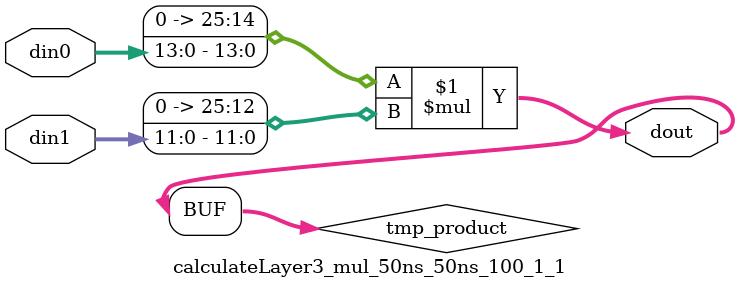
<source format=v>

`timescale 1 ns / 1 ps

  module calculateLayer3_mul_50ns_50ns_100_1_1(din0, din1, dout);
parameter ID = 1;
parameter NUM_STAGE = 0;
parameter din0_WIDTH = 14;
parameter din1_WIDTH = 12;
parameter dout_WIDTH = 26;

input [din0_WIDTH - 1 : 0] din0; 
input [din1_WIDTH - 1 : 0] din1; 
output [dout_WIDTH - 1 : 0] dout;

wire signed [dout_WIDTH - 1 : 0] tmp_product;










assign tmp_product = $signed({1'b0, din0}) * $signed({1'b0, din1});











assign dout = tmp_product;







endmodule

</source>
